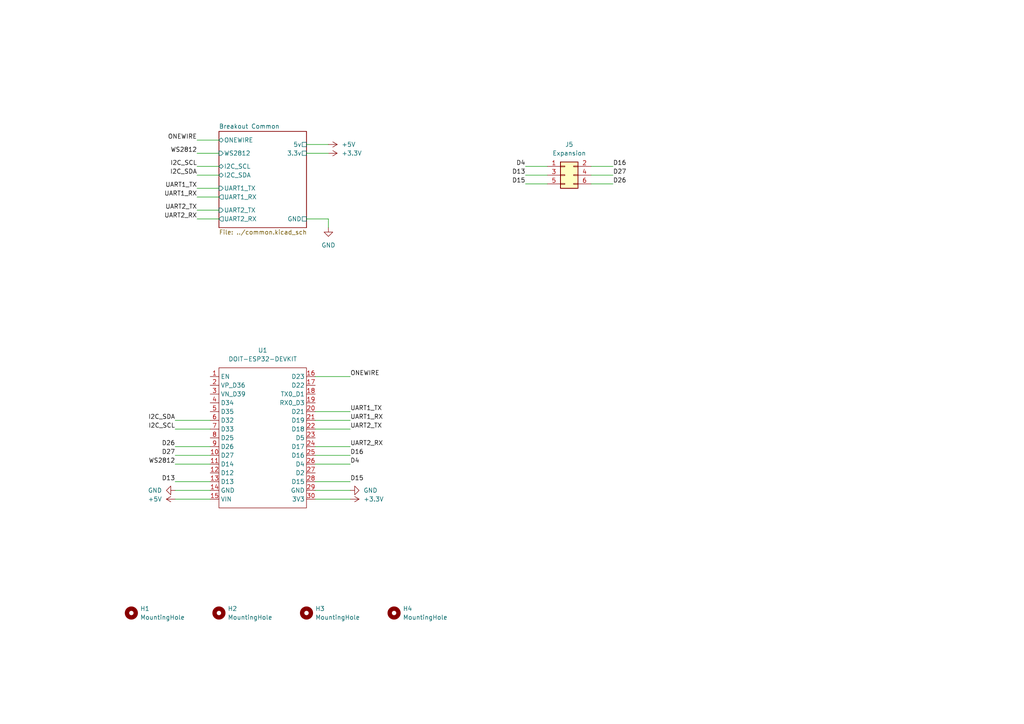
<source format=kicad_sch>
(kicad_sch (version 20230121) (generator eeschema)
  (paper "A4")
  (lib_symbols
    (symbol "Connector_Generic:Conn_02x03_Odd_Even" (pin_names (offset 1.016) hide)
      (property "Reference" "J" (at 1.27 5.08 0))
      (property "Value" "Conn_02x03_Odd_Even" (at 1.27 -5.08 0))
      (symbol "Conn_02x03_Odd_Even_1_1"
        (rectangle (start -1.27 -2.413) (end 0 -2.667) (stroke (width 0.1524)))
        (rectangle (start -1.27 0.127) (end 0 -0.127) (stroke (width 0.1524)))
        (rectangle (start -1.27 2.667) (end 0 2.413) (stroke (width 0.1524)))
        (rectangle (start -1.27 3.81) (end 3.81 -3.81) (stroke (width 0.254)) (fill (type background)))
        (rectangle (start 3.81 -2.413) (end 2.54 -2.667) (stroke (width 0.1524)))
        (rectangle (start 3.81 0.127) (end 2.54 -0.127) (stroke (width 0.1524)))
        (rectangle (start 3.81 2.667) (end 2.54 2.413) (stroke (width 0.1524)))
        (pin passive line (at -5.08 2.54 0) (length 3.81) (name "Pin_1") (number "1"))
        (pin passive line (at 7.62 2.54 180) (length 3.81) (name "Pin_2") (number "2"))
        (pin passive line (at -5.08 0 0) (length 3.81) (name "Pin_3") (number "3"))
        (pin passive line (at 7.62 0 180) (length 3.81) (name "Pin_4") (number "4"))
        (pin passive line (at -5.08 -2.54 0) (length 3.81) (name "Pin_5") (number "5"))
        (pin passive line (at 7.62 -2.54 180) (length 3.81) (name "Pin_6") (number "6"))
      )
    )
    (symbol "Mechanical:MountingHole" (pin_names (offset 1.016))
      (property "Reference" "H" (at 0 5.08 0))
      (property "Value" "MountingHole" (at 0 3.175 0))
      (symbol "MountingHole_0_1"
        (circle (center 0 0) (radius 1.27) (stroke (width 1.27)))
      )
    )
    (symbol "esphome_devices:DOIT-ESP32-DEVKIT"
      (property "Reference" "U" (at -12.7 21.59 0))
      (property "Value" "DOIT-ESP32-DEVKIT" (at 0 -21.59 0))
      (symbol "DOIT-ESP32-DEVKIT_0_1"
        (rectangle (start -12.7 20.32) (end 12.7 -20.32))
      )
      (symbol "DOIT-ESP32-DEVKIT_1_1"
        (pin input line (at -15.24 17.78 0) (length 2.54) (name "EN") (number "1"))
        (pin bidirectional line (at -15.24 -5.08 0) (length 2.54) (name "D27") (number "10"))
        (pin bidirectional line (at -15.24 -7.62 0) (length 2.54) (name "D14") (number "11"))
        (pin bidirectional line (at -15.24 -10.16 0) (length 2.54) (name "D12") (number "12"))
        (pin bidirectional line (at -15.24 -12.7 0) (length 2.54) (name "D13") (number "13"))
        (pin power_in line (at -15.24 -15.24 0) (length 2.54) (name "GND") (number "14"))
        (pin power_in line (at -15.24 -17.78 0) (length 2.54) (name "VIN") (number "15"))
        (pin bidirectional line (at 15.24 17.78 180) (length 2.54) (name "D23") (number "16"))
        (pin bidirectional line (at 15.24 15.24 180) (length 2.54) (name "D22") (number "17"))
        (pin bidirectional line (at 15.24 12.7 180) (length 2.54) (name "TX0_D1") (number "18"))
        (pin bidirectional line (at 15.24 10.16 180) (length 2.54) (name "RX0_D3") (number "19"))
        (pin bidirectional line (at -15.24 15.24 0) (length 2.54) (name "VP_D36") (number "2"))
        (pin bidirectional line (at 15.24 7.62 180) (length 2.54) (name "D21") (number "20"))
        (pin bidirectional line (at 15.24 5.08 180) (length 2.54) (name "D19") (number "21"))
        (pin bidirectional line (at 15.24 2.54 180) (length 2.54) (name "D18") (number "22"))
        (pin bidirectional line (at 15.24 0 180) (length 2.54) (name "D5") (number "23"))
        (pin bidirectional line (at 15.24 -2.54 180) (length 2.54) (name "D17") (number "24"))
        (pin bidirectional line (at 15.24 -5.08 180) (length 2.54) (name "D16") (number "25"))
        (pin bidirectional line (at 15.24 -7.62 180) (length 2.54) (name "D4") (number "26"))
        (pin bidirectional line (at 15.24 -10.16 180) (length 2.54) (name "D2") (number "27"))
        (pin bidirectional line (at 15.24 -12.7 180) (length 2.54) (name "D15") (number "28"))
        (pin power_in line (at 15.24 -15.24 180) (length 2.54) (name "GND") (number "29"))
        (pin bidirectional line (at -15.24 12.7 0) (length 2.54) (name "VN_D39") (number "3"))
        (pin power_out line (at 15.24 -17.78 180) (length 2.54) (name "3V3") (number "30"))
        (pin bidirectional line (at -15.24 10.16 0) (length 2.54) (name "D34") (number "4"))
        (pin bidirectional line (at -15.24 7.62 0) (length 2.54) (name "D35") (number "5"))
        (pin bidirectional line (at -15.24 5.08 0) (length 2.54) (name "D32") (number "6"))
        (pin bidirectional line (at -15.24 2.54 0) (length 2.54) (name "D33") (number "7"))
        (pin bidirectional line (at -15.24 0 0) (length 2.54) (name "D25") (number "8"))
        (pin bidirectional line (at -15.24 -2.54 0) (length 2.54) (name "D26") (number "9"))
      )
    )
    (symbol "power:+3.3V" (power) (pin_names (offset 0))
      (property "Value" "+3.3V" (at 0 3.556 0))
      (symbol "+3.3V_0_1"
        (polyline (pts (xy -0.762 1.27) (xy 0 2.54)))
        (polyline (pts (xy 0 0) (xy 0 2.54)))
        (polyline (pts (xy 0 2.54) (xy 0.762 1.27)))
      )
      (symbol "+3.3V_1_1"
        (pin power_in line (at 0 0 90) (length 0) hide (name "+3.3V") (number "1"))
      )
    )
    (symbol "power:+5V" (power) (pin_names (offset 0))
      (property "Value" "+5V" (at 0 3.556 0))
      (symbol "+5V_0_1"
        (polyline (pts (xy -0.762 1.27) (xy 0 2.54)))
        (polyline (pts (xy 0 0) (xy 0 2.54)))
        (polyline (pts (xy 0 2.54) (xy 0.762 1.27)))
      )
      (symbol "+5V_1_1"
        (pin power_in line (at 0 0 90) (length 0) hide (name "+5V") (number "1"))
      )
    )
    (symbol "power:GND" (power) (pin_names (offset 0))
      (property "Value" "GND" (at 0 -3.81 0))
      (symbol "GND_0_1"
        (polyline (pts (xy 0 0) (xy 0 -1.27) (xy 1.27 -1.27) (xy 0 -2.54) (xy -1.27 -1.27) (xy 0 -1.27)))
      )
      (symbol "GND_1_1"
        (pin power_in line (at 0 0 270) (length 0) hide (name "GND") (number "1"))
      )
    )
  )
  (wire (pts (xy 91.44 121.92) (xy 101.6 121.92)))
  (wire (pts (xy 50.8 142.24) (xy 60.96 142.24)))
  (wire (pts (xy 152.4 48.26) (xy 158.75 48.26)))
  (wire (pts (xy 57.15 44.45) (xy 63.5 44.45)))
  (wire (pts (xy 91.44 129.54) (xy 101.6 129.54)))
  (wire (pts (xy 152.4 53.34) (xy 158.75 53.34)))
  (wire (pts (xy 50.8 144.78) (xy 60.96 144.78)))
  (wire (pts (xy 91.44 132.08) (xy 101.6 132.08)))
  (wire (pts (xy 171.45 53.34) (xy 177.8 53.34)))
  (wire (pts (xy 50.8 124.46) (xy 60.96 124.46)))
  (wire (pts (xy 91.44 119.38) (xy 101.6 119.38)))
  (wire (pts (xy 50.8 129.54) (xy 60.96 129.54)))
  (wire (pts (xy 50.8 139.7) (xy 60.96 139.7)))
  (wire (pts (xy 50.8 134.62) (xy 60.96 134.62)))
  (wire (pts (xy 50.8 121.92) (xy 60.96 121.92)))
  (wire (pts (xy 57.15 50.8) (xy 63.5 50.8)))
  (wire (pts (xy 152.4 50.8) (xy 158.75 50.8)))
  (wire (pts (xy 91.44 109.22) (xy 101.6 109.22)))
  (wire (pts (xy 91.44 124.46) (xy 101.6 124.46)))
  (wire (pts (xy 91.44 142.24) (xy 101.6 142.24)))
  (wire (pts (xy 57.15 57.15) (xy 63.5 57.15)))
  (wire (pts (xy 171.45 48.26) (xy 177.8 48.26)))
  (wire (pts (xy 57.15 48.26) (xy 63.5 48.26)))
  (wire (pts (xy 57.15 63.5) (xy 63.5 63.5)))
  (wire (pts (xy 57.15 40.64) (xy 63.5 40.64)))
  (wire (pts (xy 57.15 54.61) (xy 63.5 54.61)))
  (wire (pts (xy 88.9 44.45) (xy 95.25 44.45)))
  (wire (pts (xy 91.44 134.62) (xy 101.6 134.62)))
  (wire (pts (xy 50.8 132.08) (xy 60.96 132.08)))
  (wire (pts (xy 95.25 63.5) (xy 95.25 66.04)))
  (wire (pts (xy 91.44 144.78) (xy 101.6 144.78)))
  (wire (pts (xy 88.9 41.91) (xy 95.25 41.91)))
  (wire (pts (xy 88.9 63.5) (xy 95.25 63.5)))
  (wire (pts (xy 91.44 139.7) (xy 101.6 139.7)))
  (wire (pts (xy 57.15 60.96) (xy 63.5 60.96)))
  (wire (pts (xy 171.45 50.8) (xy 177.8 50.8)))
  (label "D27" (at 177.8 50.8 0))
  (label "D26" (at 177.8 53.34 0))
  (label "UART2_TX" (at 57.15 60.96 180))
  (label "D15" (at 101.6 139.7 0))
  (label "D16" (at 101.6 132.08 0))
  (label "I2C_SDA" (at 50.8 121.92 180))
  (label "D4" (at 101.6 134.62 0))
  (label "D26" (at 50.8 129.54 180))
  (label "D27" (at 50.8 132.08 180))
  (label "UART2_TX" (at 101.6 124.46 0))
  (label "UART2_RX" (at 101.6 129.54 0))
  (label "WS2812" (at 50.8 134.62 180))
  (label "UART1_RX" (at 57.15 57.15 180))
  (label "UART1_TX" (at 101.6 119.38 0))
  (label "WS2812" (at 57.15 44.45 180))
  (label "UART2_RX" (at 57.15 63.5 180))
  (label "D16" (at 177.8 48.26 0))
  (label "UART1_RX" (at 101.6 121.92 0))
  (label "I2C_SCL" (at 50.8 124.46 180))
  (label "D13" (at 50.8 139.7 180))
  (label "D4" (at 152.4 48.26 180))
  (label "I2C_SDA" (at 57.15 50.8 180))
  (label "ONEWIRE" (at 57.15 40.64 180))
  (label "ONEWIRE" (at 101.6 109.22 0))
  (label "D13" (at 152.4 50.8 180))
  (label "I2C_SCL" (at 57.15 48.26 180))
  (label "D15" (at 152.4 53.34 180))
  (label "UART1_TX" (at 57.15 54.61 180))
  (symbol (lib_id "Connector_Generic:Conn_02x03_Odd_Even") (at 163.83 50.8 0) (unit 1)
    (property "Reference" "J5" (at 165.1 41.91 0))
    (property "Value" "Expansion" (at 165.1 44.45 0))
    (property "Footprint" "Connector_PinHeader_2.54mm:PinHeader_2x03_P2.54mm_Vertical" (effects hide))
  )
  (symbol (lib_id "Mechanical:MountingHole") (at 88.9 177.8 0) (unit 1)
    (property "Reference" "H3" (at 91.44 176.53 0) (effects (justify left)))
    (property "Value" "MountingHole" (at 91.44 179.07 0) (effects (justify left)))
    (property "Footprint" "MountingHole:MountingHole_3.2mm_M3" (effects hide))
  )
  (symbol (lib_id "power:GND") (at 101.6 142.24 90) (unit 1)
    (property "Reference" "#PWR06" (effects hide))
    (property "Value" "GND" (at 105.41 142.24 90) (effects (justify right)))
  )
  (symbol (lib_id "esphome_devices:DOIT-ESP32-DEVKIT") (at 76.2 127 0) (unit 1)
    (property "Reference" "U1" (at 76.2 101.6 0))
    (property "Value" "DOIT-ESP32-DEVKIT" (at 76.2 104.14 0))
    (property "Footprint" "esphome_devices:DOIT-ESP32-DEVKIT" (effects hide))
  )
  (symbol (lib_id "Mechanical:MountingHole") (at 38.1 177.8 0) (unit 1)
    (property "Reference" "H1" (at 40.64 176.53 0) (effects (justify left)))
    (property "Value" "MountingHole" (at 40.64 179.07 0) (effects (justify left)))
    (property "Footprint" "MountingHole:MountingHole_3.2mm_M3" (effects hide))
  )
  (symbol (lib_id "power:GND") (at 95.25 66.04 0) (unit 1)
    (property "Reference" "#PWR03" (effects hide))
    (property "Value" "GND" (at 95.25 71.12 0))
  )
  (symbol (lib_id "power:+5V") (at 50.8 144.78 90) (unit 1)
    (property "Reference" "#PWR08" (effects hide))
    (property "Value" "+5V" (at 46.99 144.78 90) (effects (justify left)))
  )
  (symbol (lib_id "Mechanical:MountingHole") (at 63.5 177.8 0) (unit 1)
    (property "Reference" "H2" (at 66.04 176.53 0) (effects (justify left)))
    (property "Value" "MountingHole" (at 66.04 179.07 0) (effects (justify left)))
    (property "Footprint" "MountingHole:MountingHole_3.2mm_M3" (effects hide))
  )
  (symbol (lib_id "power:+3.3V") (at 101.6 144.78 270) (unit 1)
    (property "Reference" "#PWR07" (effects hide))
    (property "Value" "+3.3V" (at 105.41 144.78 90) (effects (justify left)))
  )
  (symbol (lib_id "power:+3.3V") (at 95.25 44.45 270) (unit 1)
    (property "Reference" "#PWR02" (effects hide))
    (property "Value" "+3.3V" (at 99.06 44.45 90) (effects (justify left)))
  )
  (symbol (lib_id "power:+5V") (at 95.25 41.91 270) (unit 1)
    (property "Reference" "#PWR01" (effects hide))
    (property "Value" "+5V" (at 99.06 41.91 90) (effects (justify left)))
  )
  (symbol (lib_id "power:GND") (at 50.8 142.24 270) (unit 1)
    (property "Reference" "#PWR05" (effects hide))
    (property "Value" "GND" (at 46.99 142.24 90) (effects (justify right)))
  )
  (symbol (lib_id "Mechanical:MountingHole") (at 114.3 177.8 0) (unit 1)
    (property "Reference" "H4" (at 116.84 176.53 0) (effects (justify left)))
    (property "Value" "MountingHole" (at 116.84 179.07 0) (effects (justify left)))
    (property "Footprint" "MountingHole:MountingHole_3.2mm_M3" (effects hide))
  )
  (sheet (at 63.5 38.1) (size 25.4 27.94) (stroke (width 0.1524))
    (property "Sheetname" "Breakout Common" (at 63.5 37.3884 0) (effects (justify left bottom)))
    (property "Sheetfile" "../common.kicad_sch" (at 63.5 66.6246 0) (effects (justify left top)))
    (pin "3.3v" passive (at 88.9 44.45 0))
    (pin "ONEWIRE" bidirectional (at 63.5 40.64 180))
    (pin "GND" passive (at 88.9 63.5 0))
    (pin "I2C_SCL" bidirectional (at 63.5 48.26 180))
    (pin "I2C_SDA" bidirectional (at 63.5 50.8 180))
    (pin "5v" passive (at 88.9 41.91 0))
    (pin "UART2_RX" output (at 63.5 63.5 180))
    (pin "UART2_TX" input (at 63.5 60.96 180))
    (pin "UART1_RX" output (at 63.5 57.15 180))
    (pin "UART1_TX" input (at 63.5 54.61 180))
    (pin "WS2812" input (at 63.5 44.45 180))
  )
)
</source>
